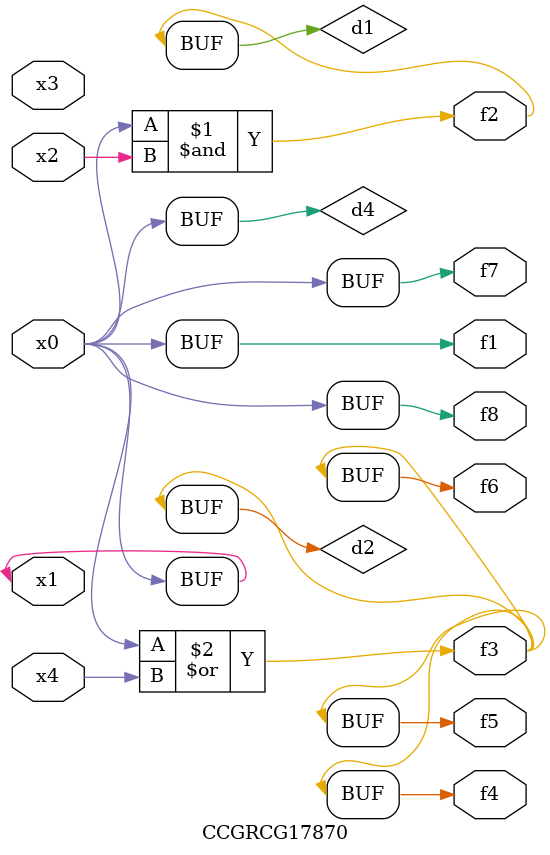
<source format=v>
module CCGRCG17870(
	input x0, x1, x2, x3, x4,
	output f1, f2, f3, f4, f5, f6, f7, f8
);

	wire d1, d2, d3, d4;

	and (d1, x0, x2);
	or (d2, x0, x4);
	nand (d3, x0, x2);
	buf (d4, x0, x1);
	assign f1 = d4;
	assign f2 = d1;
	assign f3 = d2;
	assign f4 = d2;
	assign f5 = d2;
	assign f6 = d2;
	assign f7 = d4;
	assign f8 = d4;
endmodule

</source>
